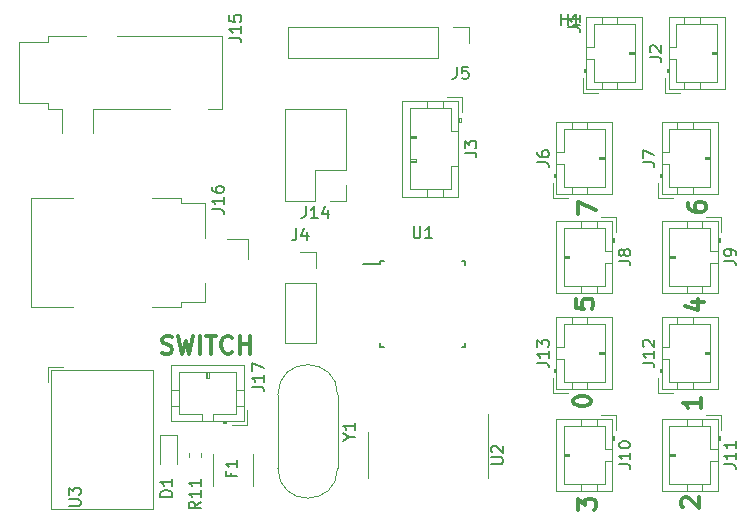
<source format=gbr>
G04 #@! TF.GenerationSoftware,KiCad,Pcbnew,5.1.5-52549c5~84~ubuntu18.04.1*
G04 #@! TF.CreationDate,2020-03-09T21:44:41-04:00*
G04 #@! TF.ProjectId,landfill_board_rev4,6c616e64-6669-46c6-9c5f-626f6172645f,rev?*
G04 #@! TF.SameCoordinates,Original*
G04 #@! TF.FileFunction,Legend,Top*
G04 #@! TF.FilePolarity,Positive*
%FSLAX46Y46*%
G04 Gerber Fmt 4.6, Leading zero omitted, Abs format (unit mm)*
G04 Created by KiCad (PCBNEW 5.1.5-52549c5~84~ubuntu18.04.1) date 2020-03-09 21:44:41*
%MOMM*%
%LPD*%
G04 APERTURE LIST*
%ADD10C,0.300000*%
%ADD11C,0.120000*%
%ADD12C,0.150000*%
G04 APERTURE END LIST*
D10*
X108962500Y-64996142D02*
X109176785Y-65067571D01*
X109533928Y-65067571D01*
X109676785Y-64996142D01*
X109748214Y-64924714D01*
X109819642Y-64781857D01*
X109819642Y-64639000D01*
X109748214Y-64496142D01*
X109676785Y-64424714D01*
X109533928Y-64353285D01*
X109248214Y-64281857D01*
X109105357Y-64210428D01*
X109033928Y-64139000D01*
X108962500Y-63996142D01*
X108962500Y-63853285D01*
X109033928Y-63710428D01*
X109105357Y-63639000D01*
X109248214Y-63567571D01*
X109605357Y-63567571D01*
X109819642Y-63639000D01*
X110319642Y-63567571D02*
X110676785Y-65067571D01*
X110962500Y-63996142D01*
X111248214Y-65067571D01*
X111605357Y-63567571D01*
X112176785Y-65067571D02*
X112176785Y-63567571D01*
X112676785Y-63567571D02*
X113533928Y-63567571D01*
X113105357Y-65067571D02*
X113105357Y-63567571D01*
X114891071Y-64924714D02*
X114819642Y-64996142D01*
X114605357Y-65067571D01*
X114462500Y-65067571D01*
X114248214Y-64996142D01*
X114105357Y-64853285D01*
X114033928Y-64710428D01*
X113962500Y-64424714D01*
X113962500Y-64210428D01*
X114033928Y-63924714D01*
X114105357Y-63781857D01*
X114248214Y-63639000D01*
X114462500Y-63567571D01*
X114605357Y-63567571D01*
X114819642Y-63639000D01*
X114891071Y-63710428D01*
X115533928Y-65067571D02*
X115533928Y-63567571D01*
X115533928Y-64281857D02*
X116391071Y-64281857D01*
X116391071Y-65067571D02*
X116391071Y-63567571D01*
X144149071Y-78287500D02*
X144149071Y-77358928D01*
X144720500Y-77858928D01*
X144720500Y-77644642D01*
X144791928Y-77501785D01*
X144863357Y-77430357D01*
X145006214Y-77358928D01*
X145363357Y-77358928D01*
X145506214Y-77430357D01*
X145577642Y-77501785D01*
X145649071Y-77644642D01*
X145649071Y-78073214D01*
X145577642Y-78216071D01*
X145506214Y-78287500D01*
X153054928Y-78089071D02*
X152983500Y-78017642D01*
X152912071Y-77874785D01*
X152912071Y-77517642D01*
X152983500Y-77374785D01*
X153054928Y-77303357D01*
X153197785Y-77231928D01*
X153340642Y-77231928D01*
X153554928Y-77303357D01*
X154412071Y-78160500D01*
X154412071Y-77231928D01*
X143768071Y-69159428D02*
X143768071Y-69016571D01*
X143839500Y-68873714D01*
X143910928Y-68802285D01*
X144053785Y-68730857D01*
X144339500Y-68659428D01*
X144696642Y-68659428D01*
X144982357Y-68730857D01*
X145125214Y-68802285D01*
X145196642Y-68873714D01*
X145268071Y-69016571D01*
X145268071Y-69159428D01*
X145196642Y-69302285D01*
X145125214Y-69373714D01*
X144982357Y-69445142D01*
X144696642Y-69516571D01*
X144339500Y-69516571D01*
X144053785Y-69445142D01*
X143910928Y-69373714D01*
X143839500Y-69302285D01*
X143768071Y-69159428D01*
X154539071Y-68786428D02*
X154539071Y-69643571D01*
X154539071Y-69215000D02*
X153039071Y-69215000D01*
X153253357Y-69357857D01*
X153396214Y-69500714D01*
X153467642Y-69643571D01*
X143958571Y-60475857D02*
X143958571Y-61190142D01*
X144672857Y-61261571D01*
X144601428Y-61190142D01*
X144530000Y-61047285D01*
X144530000Y-60690142D01*
X144601428Y-60547285D01*
X144672857Y-60475857D01*
X144815714Y-60404428D01*
X145172857Y-60404428D01*
X145315714Y-60475857D01*
X145387142Y-60547285D01*
X145458571Y-60690142D01*
X145458571Y-61047285D01*
X145387142Y-61190142D01*
X145315714Y-61261571D01*
X153793071Y-60674285D02*
X154793071Y-60674285D01*
X153221642Y-61031428D02*
X154293071Y-61388571D01*
X154293071Y-60460000D01*
X144149071Y-53268500D02*
X144149071Y-52268500D01*
X145649071Y-52911357D01*
X153483571Y-52355785D02*
X153483571Y-52641500D01*
X153555000Y-52784357D01*
X153626428Y-52855785D01*
X153840714Y-52998642D01*
X154126428Y-53070071D01*
X154697857Y-53070071D01*
X154840714Y-52998642D01*
X154912142Y-52927214D01*
X154983571Y-52784357D01*
X154983571Y-52498642D01*
X154912142Y-52355785D01*
X154840714Y-52284357D01*
X154697857Y-52212928D01*
X154340714Y-52212928D01*
X154197857Y-52284357D01*
X154126428Y-52355785D01*
X154055000Y-52498642D01*
X154055000Y-52784357D01*
X154126428Y-52927214D01*
X154197857Y-52998642D01*
X154340714Y-53070071D01*
D11*
X120650000Y-56455000D02*
X121980000Y-56455000D01*
X121980000Y-56455000D02*
X121980000Y-57785000D01*
X121980000Y-59055000D02*
X121980000Y-64195000D01*
X119320000Y-64195000D02*
X121980000Y-64195000D01*
X119320000Y-59055000D02*
X119320000Y-64195000D01*
X119320000Y-59055000D02*
X121980000Y-59055000D01*
X116152000Y-71071000D02*
X116152000Y-69821000D01*
X114902000Y-71071000D02*
X116152000Y-71071000D01*
X112792000Y-66661000D02*
X112792000Y-67161000D01*
X112692000Y-67161000D02*
X112692000Y-66661000D01*
X112892000Y-67161000D02*
X112692000Y-67161000D01*
X112892000Y-66661000D02*
X112892000Y-67161000D01*
X109732000Y-68161000D02*
X110342000Y-68161000D01*
X109732000Y-69461000D02*
X110342000Y-69461000D01*
X115852000Y-68161000D02*
X115242000Y-68161000D01*
X115852000Y-69461000D02*
X115242000Y-69461000D01*
X112292000Y-70161000D02*
X112292000Y-70771000D01*
X110342000Y-70161000D02*
X112292000Y-70161000D01*
X110342000Y-66661000D02*
X110342000Y-70161000D01*
X115242000Y-66661000D02*
X110342000Y-66661000D01*
X115242000Y-70161000D02*
X115242000Y-66661000D01*
X113292000Y-70161000D02*
X115242000Y-70161000D01*
X113292000Y-70771000D02*
X113292000Y-70161000D01*
X114092000Y-70871000D02*
X114392000Y-70871000D01*
X114392000Y-70971000D02*
X114392000Y-70771000D01*
X114092000Y-70971000D02*
X114392000Y-70971000D01*
X114092000Y-70771000D02*
X114092000Y-70971000D01*
X109732000Y-70771000D02*
X115852000Y-70771000D01*
X109732000Y-66051000D02*
X109732000Y-70771000D01*
X115852000Y-66051000D02*
X109732000Y-66051000D01*
X115852000Y-70771000D02*
X115852000Y-66051000D01*
X99300000Y-66239000D02*
X99300000Y-67479000D01*
X100540000Y-66239000D02*
X99300000Y-66239000D01*
X108160000Y-78200000D02*
X99540000Y-78200000D01*
X108160000Y-66479000D02*
X99540000Y-66479000D01*
X99540000Y-66479000D02*
X99540000Y-78200000D01*
X108160000Y-66479000D02*
X108160000Y-78200000D01*
D12*
X127380000Y-57490000D02*
X125955000Y-57490000D01*
X134630000Y-57265000D02*
X134305000Y-57265000D01*
X134630000Y-64515000D02*
X134305000Y-64515000D01*
X127380000Y-64515000D02*
X127705000Y-64515000D01*
X127380000Y-57265000D02*
X127705000Y-57265000D01*
X127380000Y-64515000D02*
X127380000Y-64190000D01*
X134630000Y-64515000D02*
X134630000Y-64190000D01*
X134630000Y-57265000D02*
X134630000Y-57590000D01*
X127380000Y-57265000D02*
X127380000Y-57490000D01*
D11*
X142035000Y-68400000D02*
X143285000Y-68400000D01*
X142035000Y-67150000D02*
X142035000Y-68400000D01*
X146445000Y-65040000D02*
X145945000Y-65040000D01*
X145945000Y-64940000D02*
X146445000Y-64940000D01*
X145945000Y-65140000D02*
X145945000Y-64940000D01*
X146445000Y-65140000D02*
X145945000Y-65140000D01*
X144945000Y-61980000D02*
X144945000Y-62590000D01*
X143645000Y-61980000D02*
X143645000Y-62590000D01*
X144945000Y-68100000D02*
X144945000Y-67490000D01*
X143645000Y-68100000D02*
X143645000Y-67490000D01*
X142945000Y-64540000D02*
X142335000Y-64540000D01*
X142945000Y-62590000D02*
X142945000Y-64540000D01*
X146445000Y-62590000D02*
X142945000Y-62590000D01*
X146445000Y-67490000D02*
X146445000Y-62590000D01*
X142945000Y-67490000D02*
X146445000Y-67490000D01*
X142945000Y-65540000D02*
X142945000Y-67490000D01*
X142335000Y-65540000D02*
X142945000Y-65540000D01*
X142235000Y-66340000D02*
X142235000Y-66640000D01*
X142135000Y-66640000D02*
X142335000Y-66640000D01*
X142135000Y-66340000D02*
X142135000Y-66640000D01*
X142335000Y-66340000D02*
X142135000Y-66340000D01*
X142335000Y-61980000D02*
X142335000Y-68100000D01*
X147055000Y-61980000D02*
X142335000Y-61980000D01*
X147055000Y-68100000D02*
X147055000Y-61980000D01*
X142335000Y-68100000D02*
X147055000Y-68100000D01*
X150968000Y-68400000D02*
X152218000Y-68400000D01*
X150968000Y-67150000D02*
X150968000Y-68400000D01*
X155378000Y-65040000D02*
X154878000Y-65040000D01*
X154878000Y-64940000D02*
X155378000Y-64940000D01*
X154878000Y-65140000D02*
X154878000Y-64940000D01*
X155378000Y-65140000D02*
X154878000Y-65140000D01*
X153878000Y-61980000D02*
X153878000Y-62590000D01*
X152578000Y-61980000D02*
X152578000Y-62590000D01*
X153878000Y-68100000D02*
X153878000Y-67490000D01*
X152578000Y-68100000D02*
X152578000Y-67490000D01*
X151878000Y-64540000D02*
X151268000Y-64540000D01*
X151878000Y-62590000D02*
X151878000Y-64540000D01*
X155378000Y-62590000D02*
X151878000Y-62590000D01*
X155378000Y-67490000D02*
X155378000Y-62590000D01*
X151878000Y-67490000D02*
X155378000Y-67490000D01*
X151878000Y-65540000D02*
X151878000Y-67490000D01*
X151268000Y-65540000D02*
X151878000Y-65540000D01*
X151168000Y-66340000D02*
X151168000Y-66640000D01*
X151068000Y-66640000D02*
X151268000Y-66640000D01*
X151068000Y-66340000D02*
X151068000Y-66640000D01*
X151268000Y-66340000D02*
X151068000Y-66340000D01*
X151268000Y-61980000D02*
X151268000Y-68100000D01*
X155988000Y-61980000D02*
X151268000Y-61980000D01*
X155988000Y-68100000D02*
X155988000Y-61980000D01*
X151268000Y-68100000D02*
X155988000Y-68100000D01*
X156288000Y-70284000D02*
X155038000Y-70284000D01*
X156288000Y-71534000D02*
X156288000Y-70284000D01*
X151878000Y-73644000D02*
X152378000Y-73644000D01*
X152378000Y-73744000D02*
X151878000Y-73744000D01*
X152378000Y-73544000D02*
X152378000Y-73744000D01*
X151878000Y-73544000D02*
X152378000Y-73544000D01*
X153378000Y-76704000D02*
X153378000Y-76094000D01*
X154678000Y-76704000D02*
X154678000Y-76094000D01*
X153378000Y-70584000D02*
X153378000Y-71194000D01*
X154678000Y-70584000D02*
X154678000Y-71194000D01*
X155378000Y-74144000D02*
X155988000Y-74144000D01*
X155378000Y-76094000D02*
X155378000Y-74144000D01*
X151878000Y-76094000D02*
X155378000Y-76094000D01*
X151878000Y-71194000D02*
X151878000Y-76094000D01*
X155378000Y-71194000D02*
X151878000Y-71194000D01*
X155378000Y-73144000D02*
X155378000Y-71194000D01*
X155988000Y-73144000D02*
X155378000Y-73144000D01*
X156088000Y-72344000D02*
X156088000Y-72044000D01*
X156188000Y-72044000D02*
X155988000Y-72044000D01*
X156188000Y-72344000D02*
X156188000Y-72044000D01*
X155988000Y-72344000D02*
X156188000Y-72344000D01*
X155988000Y-76704000D02*
X155988000Y-70584000D01*
X151268000Y-76704000D02*
X155988000Y-76704000D01*
X151268000Y-70584000D02*
X151268000Y-76704000D01*
X155988000Y-70584000D02*
X151268000Y-70584000D01*
X147355000Y-70284000D02*
X146105000Y-70284000D01*
X147355000Y-71534000D02*
X147355000Y-70284000D01*
X142945000Y-73644000D02*
X143445000Y-73644000D01*
X143445000Y-73744000D02*
X142945000Y-73744000D01*
X143445000Y-73544000D02*
X143445000Y-73744000D01*
X142945000Y-73544000D02*
X143445000Y-73544000D01*
X144445000Y-76704000D02*
X144445000Y-76094000D01*
X145745000Y-76704000D02*
X145745000Y-76094000D01*
X144445000Y-70584000D02*
X144445000Y-71194000D01*
X145745000Y-70584000D02*
X145745000Y-71194000D01*
X146445000Y-74144000D02*
X147055000Y-74144000D01*
X146445000Y-76094000D02*
X146445000Y-74144000D01*
X142945000Y-76094000D02*
X146445000Y-76094000D01*
X142945000Y-71194000D02*
X142945000Y-76094000D01*
X146445000Y-71194000D02*
X142945000Y-71194000D01*
X146445000Y-73144000D02*
X146445000Y-71194000D01*
X147055000Y-73144000D02*
X146445000Y-73144000D01*
X147155000Y-72344000D02*
X147155000Y-72044000D01*
X147255000Y-72044000D02*
X147055000Y-72044000D01*
X147255000Y-72344000D02*
X147255000Y-72044000D01*
X147055000Y-72344000D02*
X147255000Y-72344000D01*
X147055000Y-76704000D02*
X147055000Y-70584000D01*
X142335000Y-76704000D02*
X147055000Y-76704000D01*
X142335000Y-70584000D02*
X142335000Y-76704000D01*
X147055000Y-70584000D02*
X142335000Y-70584000D01*
X156288000Y-53520000D02*
X155038000Y-53520000D01*
X156288000Y-54770000D02*
X156288000Y-53520000D01*
X151878000Y-56880000D02*
X152378000Y-56880000D01*
X152378000Y-56980000D02*
X151878000Y-56980000D01*
X152378000Y-56780000D02*
X152378000Y-56980000D01*
X151878000Y-56780000D02*
X152378000Y-56780000D01*
X153378000Y-59940000D02*
X153378000Y-59330000D01*
X154678000Y-59940000D02*
X154678000Y-59330000D01*
X153378000Y-53820000D02*
X153378000Y-54430000D01*
X154678000Y-53820000D02*
X154678000Y-54430000D01*
X155378000Y-57380000D02*
X155988000Y-57380000D01*
X155378000Y-59330000D02*
X155378000Y-57380000D01*
X151878000Y-59330000D02*
X155378000Y-59330000D01*
X151878000Y-54430000D02*
X151878000Y-59330000D01*
X155378000Y-54430000D02*
X151878000Y-54430000D01*
X155378000Y-56380000D02*
X155378000Y-54430000D01*
X155988000Y-56380000D02*
X155378000Y-56380000D01*
X156088000Y-55580000D02*
X156088000Y-55280000D01*
X156188000Y-55280000D02*
X155988000Y-55280000D01*
X156188000Y-55580000D02*
X156188000Y-55280000D01*
X155988000Y-55580000D02*
X156188000Y-55580000D01*
X155988000Y-59940000D02*
X155988000Y-53820000D01*
X151268000Y-59940000D02*
X155988000Y-59940000D01*
X151268000Y-53820000D02*
X151268000Y-59940000D01*
X155988000Y-53820000D02*
X151268000Y-53820000D01*
X147355000Y-53520000D02*
X146105000Y-53520000D01*
X147355000Y-54770000D02*
X147355000Y-53520000D01*
X142945000Y-56880000D02*
X143445000Y-56880000D01*
X143445000Y-56980000D02*
X142945000Y-56980000D01*
X143445000Y-56780000D02*
X143445000Y-56980000D01*
X142945000Y-56780000D02*
X143445000Y-56780000D01*
X144445000Y-59940000D02*
X144445000Y-59330000D01*
X145745000Y-59940000D02*
X145745000Y-59330000D01*
X144445000Y-53820000D02*
X144445000Y-54430000D01*
X145745000Y-53820000D02*
X145745000Y-54430000D01*
X146445000Y-57380000D02*
X147055000Y-57380000D01*
X146445000Y-59330000D02*
X146445000Y-57380000D01*
X142945000Y-59330000D02*
X146445000Y-59330000D01*
X142945000Y-54430000D02*
X142945000Y-59330000D01*
X146445000Y-54430000D02*
X142945000Y-54430000D01*
X146445000Y-56380000D02*
X146445000Y-54430000D01*
X147055000Y-56380000D02*
X146445000Y-56380000D01*
X147155000Y-55580000D02*
X147155000Y-55280000D01*
X147255000Y-55280000D02*
X147055000Y-55280000D01*
X147255000Y-55580000D02*
X147255000Y-55280000D01*
X147055000Y-55580000D02*
X147255000Y-55580000D01*
X147055000Y-59940000D02*
X147055000Y-53820000D01*
X142335000Y-59940000D02*
X147055000Y-59940000D01*
X142335000Y-53820000D02*
X142335000Y-59940000D01*
X147055000Y-53820000D02*
X142335000Y-53820000D01*
X150968000Y-51890000D02*
X152218000Y-51890000D01*
X150968000Y-50640000D02*
X150968000Y-51890000D01*
X155378000Y-48530000D02*
X154878000Y-48530000D01*
X154878000Y-48430000D02*
X155378000Y-48430000D01*
X154878000Y-48630000D02*
X154878000Y-48430000D01*
X155378000Y-48630000D02*
X154878000Y-48630000D01*
X153878000Y-45470000D02*
X153878000Y-46080000D01*
X152578000Y-45470000D02*
X152578000Y-46080000D01*
X153878000Y-51590000D02*
X153878000Y-50980000D01*
X152578000Y-51590000D02*
X152578000Y-50980000D01*
X151878000Y-48030000D02*
X151268000Y-48030000D01*
X151878000Y-46080000D02*
X151878000Y-48030000D01*
X155378000Y-46080000D02*
X151878000Y-46080000D01*
X155378000Y-50980000D02*
X155378000Y-46080000D01*
X151878000Y-50980000D02*
X155378000Y-50980000D01*
X151878000Y-49030000D02*
X151878000Y-50980000D01*
X151268000Y-49030000D02*
X151878000Y-49030000D01*
X151168000Y-49830000D02*
X151168000Y-50130000D01*
X151068000Y-50130000D02*
X151268000Y-50130000D01*
X151068000Y-49830000D02*
X151068000Y-50130000D01*
X151268000Y-49830000D02*
X151068000Y-49830000D01*
X151268000Y-45470000D02*
X151268000Y-51590000D01*
X155988000Y-45470000D02*
X151268000Y-45470000D01*
X155988000Y-51590000D02*
X155988000Y-45470000D01*
X151268000Y-51590000D02*
X155988000Y-51590000D01*
X142035000Y-51890000D02*
X143285000Y-51890000D01*
X142035000Y-50640000D02*
X142035000Y-51890000D01*
X146445000Y-48530000D02*
X145945000Y-48530000D01*
X145945000Y-48430000D02*
X146445000Y-48430000D01*
X145945000Y-48630000D02*
X145945000Y-48430000D01*
X146445000Y-48630000D02*
X145945000Y-48630000D01*
X144945000Y-45470000D02*
X144945000Y-46080000D01*
X143645000Y-45470000D02*
X143645000Y-46080000D01*
X144945000Y-51590000D02*
X144945000Y-50980000D01*
X143645000Y-51590000D02*
X143645000Y-50980000D01*
X142945000Y-48030000D02*
X142335000Y-48030000D01*
X142945000Y-46080000D02*
X142945000Y-48030000D01*
X146445000Y-46080000D02*
X142945000Y-46080000D01*
X146445000Y-50980000D02*
X146445000Y-46080000D01*
X142945000Y-50980000D02*
X146445000Y-50980000D01*
X142945000Y-49030000D02*
X142945000Y-50980000D01*
X142335000Y-49030000D02*
X142945000Y-49030000D01*
X142235000Y-49830000D02*
X142235000Y-50130000D01*
X142135000Y-50130000D02*
X142335000Y-50130000D01*
X142135000Y-49830000D02*
X142135000Y-50130000D01*
X142335000Y-49830000D02*
X142135000Y-49830000D01*
X142335000Y-45470000D02*
X142335000Y-51590000D01*
X147055000Y-45470000D02*
X142335000Y-45470000D01*
X147055000Y-51590000D02*
X147055000Y-45470000D01*
X142335000Y-51590000D02*
X147055000Y-51590000D01*
X134317000Y-43360000D02*
X133067000Y-43360000D01*
X134317000Y-44610000D02*
X134317000Y-43360000D01*
X129907000Y-48720000D02*
X130407000Y-48720000D01*
X130407000Y-48820000D02*
X129907000Y-48820000D01*
X130407000Y-48620000D02*
X130407000Y-48820000D01*
X129907000Y-48620000D02*
X130407000Y-48620000D01*
X129907000Y-46720000D02*
X130407000Y-46720000D01*
X130407000Y-46820000D02*
X129907000Y-46820000D01*
X130407000Y-46620000D02*
X130407000Y-46820000D01*
X129907000Y-46620000D02*
X130407000Y-46620000D01*
X131407000Y-51780000D02*
X131407000Y-51170000D01*
X132707000Y-51780000D02*
X132707000Y-51170000D01*
X131407000Y-43660000D02*
X131407000Y-44270000D01*
X132707000Y-43660000D02*
X132707000Y-44270000D01*
X133407000Y-49220000D02*
X134017000Y-49220000D01*
X133407000Y-51170000D02*
X133407000Y-49220000D01*
X129907000Y-51170000D02*
X133407000Y-51170000D01*
X129907000Y-44270000D02*
X129907000Y-51170000D01*
X133407000Y-44270000D02*
X129907000Y-44270000D01*
X133407000Y-46220000D02*
X133407000Y-44270000D01*
X134017000Y-46220000D02*
X133407000Y-46220000D01*
X134117000Y-45420000D02*
X134117000Y-45120000D01*
X134217000Y-45120000D02*
X134017000Y-45120000D01*
X134217000Y-45420000D02*
X134217000Y-45120000D01*
X134017000Y-45420000D02*
X134217000Y-45420000D01*
X134017000Y-51780000D02*
X134017000Y-43660000D01*
X129297000Y-51780000D02*
X134017000Y-51780000D01*
X129297000Y-43660000D02*
X129297000Y-51780000D01*
X134017000Y-43660000D02*
X129297000Y-43660000D01*
X151560000Y-43000000D02*
X152810000Y-43000000D01*
X151560000Y-41750000D02*
X151560000Y-43000000D01*
X155970000Y-39640000D02*
X155470000Y-39640000D01*
X155470000Y-39540000D02*
X155970000Y-39540000D01*
X155470000Y-39740000D02*
X155470000Y-39540000D01*
X155970000Y-39740000D02*
X155470000Y-39740000D01*
X154470000Y-36580000D02*
X154470000Y-37190000D01*
X153170000Y-36580000D02*
X153170000Y-37190000D01*
X154470000Y-42700000D02*
X154470000Y-42090000D01*
X153170000Y-42700000D02*
X153170000Y-42090000D01*
X152470000Y-39140000D02*
X151860000Y-39140000D01*
X152470000Y-37190000D02*
X152470000Y-39140000D01*
X155970000Y-37190000D02*
X152470000Y-37190000D01*
X155970000Y-42090000D02*
X155970000Y-37190000D01*
X152470000Y-42090000D02*
X155970000Y-42090000D01*
X152470000Y-40140000D02*
X152470000Y-42090000D01*
X151860000Y-40140000D02*
X152470000Y-40140000D01*
X151760000Y-40940000D02*
X151760000Y-41240000D01*
X151660000Y-41240000D02*
X151860000Y-41240000D01*
X151660000Y-40940000D02*
X151660000Y-41240000D01*
X151860000Y-40940000D02*
X151660000Y-40940000D01*
X151860000Y-36580000D02*
X151860000Y-42700000D01*
X156580000Y-36580000D02*
X151860000Y-36580000D01*
X156580000Y-42700000D02*
X156580000Y-36580000D01*
X151860000Y-42700000D02*
X156580000Y-42700000D01*
X144575000Y-43000000D02*
X145825000Y-43000000D01*
X144575000Y-41750000D02*
X144575000Y-43000000D01*
X148985000Y-39640000D02*
X148485000Y-39640000D01*
X148485000Y-39540000D02*
X148985000Y-39540000D01*
X148485000Y-39740000D02*
X148485000Y-39540000D01*
X148985000Y-39740000D02*
X148485000Y-39740000D01*
X147485000Y-36580000D02*
X147485000Y-37190000D01*
X146185000Y-36580000D02*
X146185000Y-37190000D01*
X147485000Y-42700000D02*
X147485000Y-42090000D01*
X146185000Y-42700000D02*
X146185000Y-42090000D01*
X145485000Y-39140000D02*
X144875000Y-39140000D01*
X145485000Y-37190000D02*
X145485000Y-39140000D01*
X148985000Y-37190000D02*
X145485000Y-37190000D01*
X148985000Y-42090000D02*
X148985000Y-37190000D01*
X145485000Y-42090000D02*
X148985000Y-42090000D01*
X145485000Y-40140000D02*
X145485000Y-42090000D01*
X144875000Y-40140000D02*
X145485000Y-40140000D01*
X144775000Y-40940000D02*
X144775000Y-41240000D01*
X144675000Y-41240000D02*
X144875000Y-41240000D01*
X144675000Y-40940000D02*
X144675000Y-41240000D01*
X144875000Y-40940000D02*
X144675000Y-40940000D01*
X144875000Y-36580000D02*
X144875000Y-42700000D01*
X149595000Y-36580000D02*
X144875000Y-36580000D01*
X149595000Y-42700000D02*
X149595000Y-36580000D01*
X144875000Y-42700000D02*
X149595000Y-42700000D01*
X103110000Y-44375000D02*
X103110000Y-46375000D01*
X100510000Y-44375000D02*
X100510000Y-46375000D01*
X109610000Y-44375000D02*
X103110000Y-44375000D01*
X114010000Y-44375000D02*
X112810000Y-44375000D01*
X114010000Y-38175000D02*
X114010000Y-44375000D01*
X105110000Y-38175000D02*
X114010000Y-38175000D01*
X99310000Y-38175000D02*
X102510000Y-38175000D01*
X99310000Y-38675000D02*
X99310000Y-38175000D01*
X96810000Y-38675000D02*
X99310000Y-38675000D01*
X96810000Y-43875000D02*
X96810000Y-38675000D01*
X99310000Y-43875000D02*
X96810000Y-43875000D01*
X99310000Y-44375000D02*
X99310000Y-43875000D01*
X100510000Y-44375000D02*
X99310000Y-44375000D01*
X118760000Y-74780000D02*
G75*
G03X123810000Y-74780000I2525000J0D01*
G01*
X118760000Y-68530000D02*
G75*
G02X123810000Y-68530000I2525000J0D01*
G01*
X118760000Y-68530000D02*
X118760000Y-74780000D01*
X123810000Y-68530000D02*
X123810000Y-74780000D01*
X136505000Y-73660000D02*
X136505000Y-70210000D01*
X136505000Y-73660000D02*
X136505000Y-75610000D01*
X126385000Y-73660000D02*
X126385000Y-71710000D01*
X126385000Y-73660000D02*
X126385000Y-75610000D01*
X112270000Y-73817267D02*
X112270000Y-73474733D01*
X111250000Y-73817267D02*
X111250000Y-73474733D01*
X116190000Y-55325000D02*
X116190000Y-57065000D01*
X114450000Y-55325000D02*
X116190000Y-55325000D01*
X110550000Y-61115000D02*
X108100000Y-61115000D01*
X110550000Y-60715000D02*
X110550000Y-61115000D01*
X112550000Y-60715000D02*
X110550000Y-60715000D01*
X112550000Y-59115000D02*
X112550000Y-60715000D01*
X112550000Y-52315000D02*
X112550000Y-55315000D01*
X110550000Y-52315000D02*
X112550000Y-52315000D01*
X110550000Y-51915000D02*
X110550000Y-52315000D01*
X108100000Y-51915000D02*
X110550000Y-51915000D01*
X97850000Y-51915000D02*
X101400000Y-51915000D01*
X97850000Y-61115000D02*
X97850000Y-51915000D01*
X101400000Y-61115000D02*
X97850000Y-61115000D01*
X124520000Y-52130000D02*
X123190000Y-52130000D01*
X124520000Y-50800000D02*
X124520000Y-52130000D01*
X121920000Y-52130000D02*
X119320000Y-52130000D01*
X121920000Y-49530000D02*
X121920000Y-52130000D01*
X124520000Y-49530000D02*
X121920000Y-49530000D01*
X119320000Y-52130000D02*
X119320000Y-44390000D01*
X124520000Y-49530000D02*
X124520000Y-44390000D01*
X124520000Y-44390000D02*
X119320000Y-44390000D01*
X134934000Y-37405000D02*
X134934000Y-38735000D01*
X133604000Y-37405000D02*
X134934000Y-37405000D01*
X132334000Y-37405000D02*
X132334000Y-40065000D01*
X132334000Y-40065000D02*
X119574000Y-40065000D01*
X132334000Y-37405000D02*
X119574000Y-37405000D01*
X119574000Y-37405000D02*
X119574000Y-40065000D01*
X113225000Y-73543748D02*
X113225000Y-76316252D01*
X116645000Y-73543748D02*
X116645000Y-76316252D01*
X108739000Y-71986000D02*
X108739000Y-74446000D01*
X110209000Y-71986000D02*
X108739000Y-71986000D01*
X110209000Y-74446000D02*
X110209000Y-71986000D01*
D12*
X120316666Y-54467380D02*
X120316666Y-55181666D01*
X120269047Y-55324523D01*
X120173809Y-55419761D01*
X120030952Y-55467380D01*
X119935714Y-55467380D01*
X121221428Y-54800714D02*
X121221428Y-55467380D01*
X120983333Y-54419761D02*
X120745238Y-55134047D01*
X121364285Y-55134047D01*
X116546380Y-67865523D02*
X117260666Y-67865523D01*
X117403523Y-67913142D01*
X117498761Y-68008380D01*
X117546380Y-68151238D01*
X117546380Y-68246476D01*
X117546380Y-66865523D02*
X117546380Y-67436952D01*
X117546380Y-67151238D02*
X116546380Y-67151238D01*
X116689238Y-67246476D01*
X116784476Y-67341714D01*
X116832095Y-67436952D01*
X116546380Y-66532190D02*
X116546380Y-65865523D01*
X117546380Y-66294095D01*
X101052380Y-77977904D02*
X101861904Y-77977904D01*
X101957142Y-77930285D01*
X102004761Y-77882666D01*
X102052380Y-77787428D01*
X102052380Y-77596952D01*
X102004761Y-77501714D01*
X101957142Y-77454095D01*
X101861904Y-77406476D01*
X101052380Y-77406476D01*
X101052380Y-77025523D02*
X101052380Y-76406476D01*
X101433333Y-76739809D01*
X101433333Y-76596952D01*
X101480952Y-76501714D01*
X101528571Y-76454095D01*
X101623809Y-76406476D01*
X101861904Y-76406476D01*
X101957142Y-76454095D01*
X102004761Y-76501714D01*
X102052380Y-76596952D01*
X102052380Y-76882666D01*
X102004761Y-76977904D01*
X101957142Y-77025523D01*
X130243095Y-54292380D02*
X130243095Y-55101904D01*
X130290714Y-55197142D01*
X130338333Y-55244761D01*
X130433571Y-55292380D01*
X130624047Y-55292380D01*
X130719285Y-55244761D01*
X130766904Y-55197142D01*
X130814523Y-55101904D01*
X130814523Y-54292380D01*
X131814523Y-55292380D02*
X131243095Y-55292380D01*
X131528809Y-55292380D02*
X131528809Y-54292380D01*
X131433571Y-54435238D01*
X131338333Y-54530476D01*
X131243095Y-54578095D01*
X140697380Y-65849523D02*
X141411666Y-65849523D01*
X141554523Y-65897142D01*
X141649761Y-65992380D01*
X141697380Y-66135238D01*
X141697380Y-66230476D01*
X141697380Y-64849523D02*
X141697380Y-65420952D01*
X141697380Y-65135238D02*
X140697380Y-65135238D01*
X140840238Y-65230476D01*
X140935476Y-65325714D01*
X140983095Y-65420952D01*
X140697380Y-64516190D02*
X140697380Y-63897142D01*
X141078333Y-64230476D01*
X141078333Y-64087619D01*
X141125952Y-63992380D01*
X141173571Y-63944761D01*
X141268809Y-63897142D01*
X141506904Y-63897142D01*
X141602142Y-63944761D01*
X141649761Y-63992380D01*
X141697380Y-64087619D01*
X141697380Y-64373333D01*
X141649761Y-64468571D01*
X141602142Y-64516190D01*
X149630380Y-65849523D02*
X150344666Y-65849523D01*
X150487523Y-65897142D01*
X150582761Y-65992380D01*
X150630380Y-66135238D01*
X150630380Y-66230476D01*
X150630380Y-64849523D02*
X150630380Y-65420952D01*
X150630380Y-65135238D02*
X149630380Y-65135238D01*
X149773238Y-65230476D01*
X149868476Y-65325714D01*
X149916095Y-65420952D01*
X149725619Y-64468571D02*
X149678000Y-64420952D01*
X149630380Y-64325714D01*
X149630380Y-64087619D01*
X149678000Y-63992380D01*
X149725619Y-63944761D01*
X149820857Y-63897142D01*
X149916095Y-63897142D01*
X150058952Y-63944761D01*
X150630380Y-64516190D01*
X150630380Y-63897142D01*
X156530380Y-74453523D02*
X157244666Y-74453523D01*
X157387523Y-74501142D01*
X157482761Y-74596380D01*
X157530380Y-74739238D01*
X157530380Y-74834476D01*
X157530380Y-73453523D02*
X157530380Y-74024952D01*
X157530380Y-73739238D02*
X156530380Y-73739238D01*
X156673238Y-73834476D01*
X156768476Y-73929714D01*
X156816095Y-74024952D01*
X157530380Y-72501142D02*
X157530380Y-73072571D01*
X157530380Y-72786857D02*
X156530380Y-72786857D01*
X156673238Y-72882095D01*
X156768476Y-72977333D01*
X156816095Y-73072571D01*
X147597380Y-74453523D02*
X148311666Y-74453523D01*
X148454523Y-74501142D01*
X148549761Y-74596380D01*
X148597380Y-74739238D01*
X148597380Y-74834476D01*
X148597380Y-73453523D02*
X148597380Y-74024952D01*
X148597380Y-73739238D02*
X147597380Y-73739238D01*
X147740238Y-73834476D01*
X147835476Y-73929714D01*
X147883095Y-74024952D01*
X147597380Y-72834476D02*
X147597380Y-72739238D01*
X147645000Y-72644000D01*
X147692619Y-72596380D01*
X147787857Y-72548761D01*
X147978333Y-72501142D01*
X148216428Y-72501142D01*
X148406904Y-72548761D01*
X148502142Y-72596380D01*
X148549761Y-72644000D01*
X148597380Y-72739238D01*
X148597380Y-72834476D01*
X148549761Y-72929714D01*
X148502142Y-72977333D01*
X148406904Y-73024952D01*
X148216428Y-73072571D01*
X147978333Y-73072571D01*
X147787857Y-73024952D01*
X147692619Y-72977333D01*
X147645000Y-72929714D01*
X147597380Y-72834476D01*
X156530380Y-57213333D02*
X157244666Y-57213333D01*
X157387523Y-57260952D01*
X157482761Y-57356190D01*
X157530380Y-57499047D01*
X157530380Y-57594285D01*
X157530380Y-56689523D02*
X157530380Y-56499047D01*
X157482761Y-56403809D01*
X157435142Y-56356190D01*
X157292285Y-56260952D01*
X157101809Y-56213333D01*
X156720857Y-56213333D01*
X156625619Y-56260952D01*
X156578000Y-56308571D01*
X156530380Y-56403809D01*
X156530380Y-56594285D01*
X156578000Y-56689523D01*
X156625619Y-56737142D01*
X156720857Y-56784761D01*
X156958952Y-56784761D01*
X157054190Y-56737142D01*
X157101809Y-56689523D01*
X157149428Y-56594285D01*
X157149428Y-56403809D01*
X157101809Y-56308571D01*
X157054190Y-56260952D01*
X156958952Y-56213333D01*
X147597380Y-57213333D02*
X148311666Y-57213333D01*
X148454523Y-57260952D01*
X148549761Y-57356190D01*
X148597380Y-57499047D01*
X148597380Y-57594285D01*
X148025952Y-56594285D02*
X147978333Y-56689523D01*
X147930714Y-56737142D01*
X147835476Y-56784761D01*
X147787857Y-56784761D01*
X147692619Y-56737142D01*
X147645000Y-56689523D01*
X147597380Y-56594285D01*
X147597380Y-56403809D01*
X147645000Y-56308571D01*
X147692619Y-56260952D01*
X147787857Y-56213333D01*
X147835476Y-56213333D01*
X147930714Y-56260952D01*
X147978333Y-56308571D01*
X148025952Y-56403809D01*
X148025952Y-56594285D01*
X148073571Y-56689523D01*
X148121190Y-56737142D01*
X148216428Y-56784761D01*
X148406904Y-56784761D01*
X148502142Y-56737142D01*
X148549761Y-56689523D01*
X148597380Y-56594285D01*
X148597380Y-56403809D01*
X148549761Y-56308571D01*
X148502142Y-56260952D01*
X148406904Y-56213333D01*
X148216428Y-56213333D01*
X148121190Y-56260952D01*
X148073571Y-56308571D01*
X148025952Y-56403809D01*
X149630380Y-48863333D02*
X150344666Y-48863333D01*
X150487523Y-48910952D01*
X150582761Y-49006190D01*
X150630380Y-49149047D01*
X150630380Y-49244285D01*
X149630380Y-48482380D02*
X149630380Y-47815714D01*
X150630380Y-48244285D01*
X140697380Y-48863333D02*
X141411666Y-48863333D01*
X141554523Y-48910952D01*
X141649761Y-49006190D01*
X141697380Y-49149047D01*
X141697380Y-49244285D01*
X140697380Y-47958571D02*
X140697380Y-48149047D01*
X140745000Y-48244285D01*
X140792619Y-48291904D01*
X140935476Y-48387142D01*
X141125952Y-48434761D01*
X141506904Y-48434761D01*
X141602142Y-48387142D01*
X141649761Y-48339523D01*
X141697380Y-48244285D01*
X141697380Y-48053809D01*
X141649761Y-47958571D01*
X141602142Y-47910952D01*
X141506904Y-47863333D01*
X141268809Y-47863333D01*
X141173571Y-47910952D01*
X141125952Y-47958571D01*
X141078333Y-48053809D01*
X141078333Y-48244285D01*
X141125952Y-48339523D01*
X141173571Y-48387142D01*
X141268809Y-48434761D01*
X134559380Y-48053333D02*
X135273666Y-48053333D01*
X135416523Y-48100952D01*
X135511761Y-48196190D01*
X135559380Y-48339047D01*
X135559380Y-48434285D01*
X134559380Y-47672380D02*
X134559380Y-47053333D01*
X134940333Y-47386666D01*
X134940333Y-47243809D01*
X134987952Y-47148571D01*
X135035571Y-47100952D01*
X135130809Y-47053333D01*
X135368904Y-47053333D01*
X135464142Y-47100952D01*
X135511761Y-47148571D01*
X135559380Y-47243809D01*
X135559380Y-47529523D01*
X135511761Y-47624761D01*
X135464142Y-47672380D01*
X150222380Y-39973333D02*
X150936666Y-39973333D01*
X151079523Y-40020952D01*
X151174761Y-40116190D01*
X151222380Y-40259047D01*
X151222380Y-40354285D01*
X150317619Y-39544761D02*
X150270000Y-39497142D01*
X150222380Y-39401904D01*
X150222380Y-39163809D01*
X150270000Y-39068571D01*
X150317619Y-39020952D01*
X150412857Y-38973333D01*
X150508095Y-38973333D01*
X150650952Y-39020952D01*
X151222380Y-39592380D01*
X151222380Y-38973333D01*
X143343380Y-37417333D02*
X144057666Y-37417333D01*
X144200523Y-37464952D01*
X144295761Y-37560190D01*
X144343380Y-37703047D01*
X144343380Y-37798285D01*
X144343380Y-36417333D02*
X144343380Y-36988761D01*
X144343380Y-36703047D02*
X143343380Y-36703047D01*
X143486238Y-36798285D01*
X143581476Y-36893523D01*
X143629095Y-36988761D01*
X114641380Y-38338023D02*
X115355666Y-38338023D01*
X115498523Y-38385642D01*
X115593761Y-38480880D01*
X115641380Y-38623738D01*
X115641380Y-38718976D01*
X115641380Y-37338023D02*
X115641380Y-37909452D01*
X115641380Y-37623738D02*
X114641380Y-37623738D01*
X114784238Y-37718976D01*
X114879476Y-37814214D01*
X114927095Y-37909452D01*
X114641380Y-36433261D02*
X114641380Y-36909452D01*
X115117571Y-36957071D01*
X115069952Y-36909452D01*
X115022333Y-36814214D01*
X115022333Y-36576119D01*
X115069952Y-36480880D01*
X115117571Y-36433261D01*
X115212809Y-36385642D01*
X115450904Y-36385642D01*
X115546142Y-36433261D01*
X115593761Y-36480880D01*
X115641380Y-36576119D01*
X115641380Y-36814214D01*
X115593761Y-36909452D01*
X115546142Y-36957071D01*
X124786190Y-72131190D02*
X125262380Y-72131190D01*
X124262380Y-72464523D02*
X124786190Y-72131190D01*
X124262380Y-71797857D01*
X125262380Y-70940714D02*
X125262380Y-71512142D01*
X125262380Y-71226428D02*
X124262380Y-71226428D01*
X124405238Y-71321666D01*
X124500476Y-71416904D01*
X124548095Y-71512142D01*
X136797380Y-74421904D02*
X137606904Y-74421904D01*
X137702142Y-74374285D01*
X137749761Y-74326666D01*
X137797380Y-74231428D01*
X137797380Y-74040952D01*
X137749761Y-73945714D01*
X137702142Y-73898095D01*
X137606904Y-73850476D01*
X136797380Y-73850476D01*
X136892619Y-73421904D02*
X136845000Y-73374285D01*
X136797380Y-73279047D01*
X136797380Y-73040952D01*
X136845000Y-72945714D01*
X136892619Y-72898095D01*
X136987857Y-72850476D01*
X137083095Y-72850476D01*
X137225952Y-72898095D01*
X137797380Y-73469523D01*
X137797380Y-72850476D01*
X112212380Y-77604857D02*
X111736190Y-77938190D01*
X112212380Y-78176285D02*
X111212380Y-78176285D01*
X111212380Y-77795333D01*
X111260000Y-77700095D01*
X111307619Y-77652476D01*
X111402857Y-77604857D01*
X111545714Y-77604857D01*
X111640952Y-77652476D01*
X111688571Y-77700095D01*
X111736190Y-77795333D01*
X111736190Y-78176285D01*
X112212380Y-76652476D02*
X112212380Y-77223904D01*
X112212380Y-76938190D02*
X111212380Y-76938190D01*
X111355238Y-77033428D01*
X111450476Y-77128666D01*
X111498095Y-77223904D01*
X112212380Y-75700095D02*
X112212380Y-76271523D01*
X112212380Y-75985809D02*
X111212380Y-75985809D01*
X111355238Y-76081047D01*
X111450476Y-76176285D01*
X111498095Y-76271523D01*
X113152380Y-52824523D02*
X113866666Y-52824523D01*
X114009523Y-52872142D01*
X114104761Y-52967380D01*
X114152380Y-53110238D01*
X114152380Y-53205476D01*
X114152380Y-51824523D02*
X114152380Y-52395952D01*
X114152380Y-52110238D02*
X113152380Y-52110238D01*
X113295238Y-52205476D01*
X113390476Y-52300714D01*
X113438095Y-52395952D01*
X113152380Y-50967380D02*
X113152380Y-51157857D01*
X113200000Y-51253095D01*
X113247619Y-51300714D01*
X113390476Y-51395952D01*
X113580952Y-51443571D01*
X113961904Y-51443571D01*
X114057142Y-51395952D01*
X114104761Y-51348333D01*
X114152380Y-51253095D01*
X114152380Y-51062619D01*
X114104761Y-50967380D01*
X114057142Y-50919761D01*
X113961904Y-50872142D01*
X113723809Y-50872142D01*
X113628571Y-50919761D01*
X113580952Y-50967380D01*
X113533333Y-51062619D01*
X113533333Y-51253095D01*
X113580952Y-51348333D01*
X113628571Y-51395952D01*
X113723809Y-51443571D01*
X121110476Y-52582380D02*
X121110476Y-53296666D01*
X121062857Y-53439523D01*
X120967619Y-53534761D01*
X120824761Y-53582380D01*
X120729523Y-53582380D01*
X122110476Y-53582380D02*
X121539047Y-53582380D01*
X121824761Y-53582380D02*
X121824761Y-52582380D01*
X121729523Y-52725238D01*
X121634285Y-52820476D01*
X121539047Y-52868095D01*
X122967619Y-52915714D02*
X122967619Y-53582380D01*
X122729523Y-52534761D02*
X122491428Y-53249047D01*
X123110476Y-53249047D01*
X133905666Y-40790880D02*
X133905666Y-41505166D01*
X133858047Y-41648023D01*
X133762809Y-41743261D01*
X133619952Y-41790880D01*
X133524714Y-41790880D01*
X134858047Y-40790880D02*
X134381857Y-40790880D01*
X134334238Y-41267071D01*
X134381857Y-41219452D01*
X134477095Y-41171833D01*
X134715190Y-41171833D01*
X134810428Y-41219452D01*
X134858047Y-41267071D01*
X134905666Y-41362309D01*
X134905666Y-41600404D01*
X134858047Y-41695642D01*
X134810428Y-41743261D01*
X134715190Y-41790880D01*
X134477095Y-41790880D01*
X134381857Y-41743261D01*
X134334238Y-41695642D01*
X142748095Y-37282380D02*
X142748095Y-36282380D01*
X142748095Y-36758571D02*
X143319523Y-36758571D01*
X143319523Y-37282380D02*
X143319523Y-36282380D01*
X144319523Y-37282380D02*
X143748095Y-37282380D01*
X144033809Y-37282380D02*
X144033809Y-36282380D01*
X143938571Y-36425238D01*
X143843333Y-36520476D01*
X143748095Y-36568095D01*
X114800071Y-75136333D02*
X114800071Y-75469666D01*
X115323880Y-75469666D02*
X114323880Y-75469666D01*
X114323880Y-74993476D01*
X115323880Y-74088714D02*
X115323880Y-74660142D01*
X115323880Y-74374428D02*
X114323880Y-74374428D01*
X114466738Y-74469666D01*
X114561976Y-74564904D01*
X114609595Y-74660142D01*
X109799380Y-77192095D02*
X108799380Y-77192095D01*
X108799380Y-76954000D01*
X108847000Y-76811142D01*
X108942238Y-76715904D01*
X109037476Y-76668285D01*
X109227952Y-76620666D01*
X109370809Y-76620666D01*
X109561285Y-76668285D01*
X109656523Y-76715904D01*
X109751761Y-76811142D01*
X109799380Y-76954000D01*
X109799380Y-77192095D01*
X109799380Y-75668285D02*
X109799380Y-76239714D01*
X109799380Y-75954000D02*
X108799380Y-75954000D01*
X108942238Y-76049238D01*
X109037476Y-76144476D01*
X109085095Y-76239714D01*
M02*

</source>
